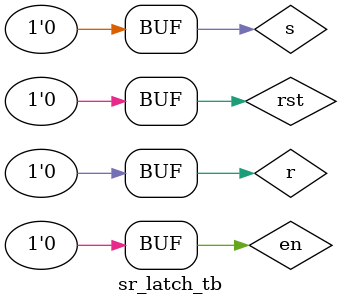
<source format=v>
module sr_latch_tb;
	reg s,r,en,rst;
	wire q;
	srlatch_if s1 (.s(s),.r(r),.en(en),.rst(rst),.q(q));
	initial 
	begin
		$monitor ("rst = %b\t en = %b\t s = %b\t r = %b\t q = %b\t",rst,en,s,r,q);
		{rst,en,s,r}=4'b0000;
		repeat (16)
		begin
			{rst,en,s,r} = {rst,en,s,r}+1;
			#20;
		end
	end
endmodule
</source>
